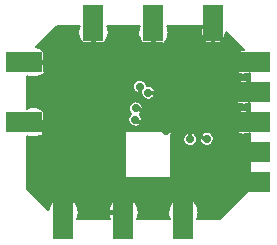
<source format=gbl>
G04 DipTrace 2.4.0.2*
%INminiEL.gbl*%
%MOMM*%
%ADD13C,0.305*%
%ADD15C,0.4*%
%ADD16C,0.152*%
%ADD26R,1.6X1.7*%
%ADD27R,2.032X1.7*%
%ADD28R,2.0X1.7*%
%ADD29R,1.7X1.6*%
%ADD30R,1.7X2.0*%
%ADD42C,0.711*%
%ADD45C,0.711*%
%FSLAX53Y53*%
G04*
G71*
G90*
G75*
G01*
%LNBottom*%
%LPD*%
X24538Y17461D2*
D13*
Y17939D1*
X23524Y18953D1*
X20053D1*
X19892Y19114D1*
X19935Y20073D2*
X20181D1*
X20745Y19509D1*
X23666D1*
X25673Y17503D1*
X25944D1*
X26510Y27780D2*
Y26510D1*
Y25348D1*
X18890Y11270D2*
D15*
X16440D1*
X12179Y15532D1*
Y18376D1*
X11665Y18890D1*
X12433D1*
Y18360D1*
X12336Y18264D1*
Y22398D1*
X15286Y25348D1*
X16350D1*
Y27780D2*
Y26510D1*
Y25348D2*
Y26510D1*
X12433Y18890D2*
X11270D1*
X10000D1*
X18890Y12433D2*
Y11270D1*
Y10000D1*
X23970Y12433D2*
Y11270D1*
Y10000D1*
X13810Y12433D2*
Y11270D1*
Y10000D1*
X12433Y23970D2*
X11270D1*
X10000D1*
X21430Y27780D2*
Y26510D1*
Y25348D1*
X18861Y19008D2*
D13*
Y18933D1*
X19530Y18264D1*
X22421D1*
X22506Y18179D1*
X23147D1*
X23543Y17784D1*
Y16447D1*
X23987Y16002D1*
X27540D1*
X27888Y16350D1*
X16314Y21809D2*
X16329D1*
X17154Y20984D1*
X16314D2*
X17154D1*
X17139Y21794D2*
Y20999D1*
X17154Y20984D1*
X16314Y20159D2*
X17139D1*
Y20969D1*
Y20159D2*
X17979D1*
Y20984D1*
X17154Y20999D2*
X17964Y21809D1*
X16314Y20159D2*
X16329D1*
X17154Y20984D1*
X18861Y19008D2*
Y16636D1*
X18747Y16521D1*
X30320Y16350D2*
X29050D1*
X27888D1*
X30320Y23970D2*
X29050D1*
X27888D1*
X20281Y21909D2*
Y20807D1*
X21023Y20065D1*
X26824D1*
X27999Y18890D1*
X29050D1*
X30320D2*
X29050D1*
X27885D1*
X20987Y21407D2*
X29027D1*
X29050Y21430D1*
X30320D2*
X29050D1*
X27888D1*
X27885Y13810D2*
X29050D1*
X30320D1*
D45*
X20281Y21909D3*
X20987Y21407D3*
X19892Y19114D3*
X19935Y20073D3*
X18861Y19008D3*
X24538Y17461D3*
X25944Y17503D3*
X22506Y18179D3*
X18747Y16521D3*
X13129Y26895D2*
D16*
X15111D1*
X17589D2*
X20192D1*
X22668D2*
X25536D1*
X12981Y26746D2*
X15075D1*
X17625D2*
X20154D1*
X22707D2*
X25488D1*
X12831Y26597D2*
X15056D1*
X17644D2*
X20135D1*
X22723D2*
X25464D1*
X12681Y26448D2*
X15054D1*
X17646D2*
X20135D1*
X22726D2*
X25462D1*
X27557D2*
X27636D1*
X12534Y26298D2*
X15070D1*
X17630D2*
X20150D1*
X22709D2*
X25484D1*
X27538D2*
X27786D1*
X12384Y26149D2*
X15104D1*
X17596D2*
X20185D1*
X22676D2*
X25526D1*
X27495D2*
X27936D1*
X12236Y26000D2*
X15158D1*
X17542D2*
X20238D1*
X22621D2*
X25595D1*
X27424D2*
X28084D1*
X12086Y25851D2*
X15235D1*
X17465D2*
X20314D1*
X22545D2*
X25698D1*
X27321D2*
X28234D1*
X11936Y25702D2*
X15339D1*
X17361D2*
X20419D1*
X22440D2*
X25850D1*
X27171D2*
X28382D1*
X11788Y25553D2*
X15482D1*
X17218D2*
X20561D1*
X22299D2*
X26103D1*
X26917D2*
X28532D1*
X11638Y25404D2*
X15687D1*
X17013D2*
X20766D1*
X22095D2*
X28682D1*
X11491Y25255D2*
X16073D1*
X16627D2*
X21154D1*
X21706D2*
X28829D1*
X11879Y25106D2*
X28979D1*
X12103Y24957D2*
X28727D1*
X12255Y24808D2*
X28429D1*
X12367Y24659D2*
X28262D1*
X12448Y24510D2*
X28153D1*
X12505Y24361D2*
X28077D1*
X12543Y24212D2*
X28029D1*
X12565Y24062D2*
X28005D1*
X12567Y23913D2*
X28003D1*
X12550Y23764D2*
X28022D1*
X12517Y23615D2*
X28062D1*
X12465Y23466D2*
X28131D1*
X12389Y23317D2*
X28234D1*
X12286Y23168D2*
X28382D1*
X12146Y23019D2*
X28629D1*
X29472D2*
X29570D1*
X11943Y22870D2*
X29570D1*
X10751Y22721D2*
X10967D1*
X11574D2*
X29570D1*
X10751Y22572D2*
X29570D1*
X10751Y22423D2*
X19976D1*
X20585D2*
X28746D1*
X29355D2*
X29570D1*
X10751Y22274D2*
X19802D1*
X20759D2*
X28436D1*
X10751Y22125D2*
X19716D1*
X20844D2*
X28270D1*
X10751Y21976D2*
X19680D1*
X21156D2*
X28155D1*
X10751Y21826D2*
X19683D1*
X21416D2*
X28079D1*
X10751Y21677D2*
X19723D1*
X21525D2*
X28031D1*
X10751Y21528D2*
X19816D1*
X21578D2*
X28005D1*
X10751Y21379D2*
X20007D1*
X21590D2*
X28003D1*
X10751Y21230D2*
X20409D1*
X21564D2*
X28020D1*
X10751Y21081D2*
X20481D1*
X21494D2*
X28062D1*
X10751Y20932D2*
X20621D1*
X21352D2*
X28129D1*
X10751Y20783D2*
X28229D1*
X10751Y20634D2*
X19738D1*
X20132D2*
X28374D1*
X10751Y20485D2*
X19499D1*
X20373D2*
X28615D1*
X29484D2*
X29570D1*
X10751Y20336D2*
X19392D1*
X20478D2*
X29570D1*
X10751Y20187D2*
X19342D1*
X20530D2*
X29570D1*
X11858Y20038D2*
X19333D1*
X20540D2*
X29570D1*
X12089Y19889D2*
X19361D1*
X20511D2*
X28767D1*
X29334D2*
X29570D1*
X12246Y19740D2*
X19435D1*
X20437D2*
X28446D1*
X12360Y19590D2*
X19530D1*
X20290D2*
X28274D1*
X12443Y19441D2*
X19388D1*
X20397D2*
X28160D1*
X12503Y19292D2*
X19316D1*
X20471D2*
X28081D1*
X12541Y19143D2*
X19288D1*
X20497D2*
X28031D1*
X12562Y18994D2*
X19299D1*
X20485D2*
X28005D1*
X12567Y18845D2*
X19352D1*
X20432D2*
X28003D1*
X12553Y18696D2*
X19461D1*
X20323D2*
X28020D1*
X12520Y18547D2*
X19714D1*
X20070D2*
X28060D1*
X12470Y18398D2*
X28124D1*
X12396Y18249D2*
X28224D1*
X12296Y18100D2*
X18995D1*
X23042D2*
X28367D1*
X12158Y17951D2*
X18995D1*
X23042D2*
X24195D1*
X24881D2*
X25545D1*
X26343D2*
X28603D1*
X11962Y17802D2*
X18995D1*
X23042D2*
X24040D1*
X25035D2*
X25419D1*
X26467D2*
X29570D1*
X10751Y17653D2*
X10920D1*
X11619D2*
X18995D1*
X23042D2*
X23964D1*
X25112D2*
X25357D1*
X26528D2*
X29570D1*
X10751Y17504D2*
X18995D1*
X23042D2*
X23936D1*
X25140D2*
X25338D1*
X26547D2*
X29570D1*
X10751Y17354D2*
X18995D1*
X23042D2*
X23943D1*
X25133D2*
X25357D1*
X26528D2*
X29570D1*
X10751Y17205D2*
X18995D1*
X23042D2*
X23990D1*
X25085D2*
X25419D1*
X26469D2*
X29570D1*
X10751Y17056D2*
X18995D1*
X23042D2*
X24093D1*
X24983D2*
X25543D1*
X26345D2*
X29570D1*
X10751Y16907D2*
X18995D1*
X23042D2*
X24319D1*
X24757D2*
X29570D1*
X10751Y16758D2*
X18995D1*
X23042D2*
X29570D1*
X10751Y16609D2*
X18995D1*
X23042D2*
X29570D1*
X10751Y16460D2*
X18995D1*
X23042D2*
X29570D1*
X10751Y16311D2*
X18995D1*
X23042D2*
X29570D1*
X10751Y16162D2*
X18995D1*
X23042D2*
X29570D1*
X10751Y16013D2*
X18995D1*
X23042D2*
X29570D1*
X10751Y15864D2*
X18995D1*
X23042D2*
X29570D1*
X10751Y15715D2*
X18995D1*
X23042D2*
X29570D1*
X10751Y15566D2*
X18995D1*
X23042D2*
X29570D1*
X10751Y15417D2*
X18995D1*
X23042D2*
X29570D1*
X10751Y15268D2*
X18995D1*
X23042D2*
X29570D1*
X10751Y15118D2*
X18995D1*
X23042D2*
X29570D1*
X10751Y14969D2*
X18995D1*
X23042D2*
X29570D1*
X10751Y14820D2*
X18995D1*
X23042D2*
X28815D1*
X29286D2*
X29570D1*
X10751Y14671D2*
X18995D1*
X23042D2*
X28462D1*
X10751Y14522D2*
X18995D1*
X23042D2*
X28286D1*
X10751Y14373D2*
X18995D1*
X23042D2*
X28167D1*
X10751Y14224D2*
X18995D1*
X23042D2*
X28086D1*
X10751Y14075D2*
X18995D1*
X23042D2*
X28036D1*
X10751Y13926D2*
X28008D1*
X10751Y13777D2*
X28001D1*
X10751Y13628D2*
X28017D1*
X10751Y13479D2*
X28055D1*
X10751Y13330D2*
X28120D1*
X10834Y13181D2*
X28215D1*
X10984Y13032D2*
X28355D1*
X11134Y12882D2*
X28577D1*
X11281Y12733D2*
X29039D1*
X11431Y12584D2*
X28889D1*
X11579Y12435D2*
X13261D1*
X14360D2*
X18340D1*
X19439D2*
X23421D1*
X24519D2*
X28739D1*
X11729Y12286D2*
X13013D1*
X14608D2*
X18092D1*
X19687D2*
X23174D1*
X24766D2*
X28591D1*
X11879Y12137D2*
X12851D1*
X14770D2*
X17930D1*
X19849D2*
X23009D1*
X24931D2*
X28441D1*
X12027Y11988D2*
X12732D1*
X14886D2*
X17814D1*
X19968D2*
X22893D1*
X25047D2*
X28293D1*
X12177Y11839D2*
X12646D1*
X14975D2*
X17725D1*
X20054D2*
X22807D1*
X25133D2*
X28143D1*
X12324Y11690D2*
X12584D1*
X15037D2*
X17664D1*
X20116D2*
X22743D1*
X25197D2*
X27993D1*
X15079Y11541D2*
X17621D1*
X20159D2*
X22702D1*
X25238D2*
X27846D1*
X15101Y11392D2*
X17599D1*
X20182D2*
X22678D1*
X25262D2*
X27696D1*
X15108Y11243D2*
X17592D1*
X20187D2*
X22674D1*
X25266D2*
X27548D1*
X15096Y11094D2*
X17604D1*
X20175D2*
X22686D1*
X25254D2*
X27398D1*
X15065Y10945D2*
X17635D1*
X20144D2*
X22714D1*
X25226D2*
X27248D1*
X15015Y10796D2*
X17685D1*
X20097D2*
X22764D1*
X25176D2*
X27100D1*
X29096Y12777D2*
X28998D1*
X28847Y12796D1*
X28701Y12837D1*
X28561Y12898D1*
X28433Y12980D1*
X28318Y13080D1*
X28218Y13195D1*
X28137Y13324D1*
X28076Y13463D1*
X28035Y13610D1*
X28017Y13761D1*
X28021Y13913D1*
X28047Y14063D1*
X28095Y14208D1*
X28164Y14344D1*
X28252Y14468D1*
X28357Y14578D1*
X28477Y14671D1*
X28610Y14746D1*
X28752Y14801D1*
X28901Y14834D1*
X29053Y14844D1*
X29205Y14833D1*
X29353Y14799D1*
X29495Y14744D1*
X29585Y14695D1*
X29584Y18002D1*
X29445Y17934D1*
X29301Y17887D1*
X29151Y17861D1*
X28998Y17857D1*
X28847Y17876D1*
X28701Y17917D1*
X28561Y17978D1*
X28433Y18060D1*
X28318Y18160D1*
X28218Y18275D1*
X28137Y18404D1*
X28076Y18543D1*
X28035Y18690D1*
X28017Y18841D1*
X28021Y18993D1*
X28047Y19143D1*
X28095Y19288D1*
X28164Y19424D1*
X28252Y19548D1*
X28357Y19658D1*
X28477Y19751D1*
X28610Y19826D1*
X28752Y19881D1*
X28901Y19914D1*
X29053Y19924D1*
X29205Y19913D1*
X29353Y19879D1*
X29495Y19824D1*
X29585Y19775D1*
X29584Y20545D1*
X29514Y20506D1*
X29374Y20448D1*
X29226Y20411D1*
X29074Y20396D1*
X28922Y20404D1*
X28773Y20433D1*
X28630Y20485D1*
X28496Y20557D1*
X28373Y20648D1*
X28266Y20756D1*
X28175Y20878D1*
X28104Y21012D1*
X28053Y21156D1*
X28023Y21305D1*
X28016Y21457D1*
X28031Y21609D1*
X28069Y21756D1*
X28127Y21897D1*
X28206Y22027D1*
X28303Y22145D1*
X28416Y22247D1*
X28542Y22331D1*
X28680Y22396D1*
X28826Y22440D1*
X28977Y22462D1*
X29129Y22461D1*
X29279Y22439D1*
X29425Y22394D1*
X29563Y22328D1*
X29585Y22315D1*
X29584Y23084D1*
X29445Y23014D1*
X29301Y22967D1*
X29151Y22941D1*
X28998Y22937D1*
X28847Y22956D1*
X28701Y22997D1*
X28561Y23058D1*
X28433Y23140D1*
X28318Y23240D1*
X28218Y23355D1*
X28137Y23484D1*
X28076Y23623D1*
X28035Y23770D1*
X28017Y23921D1*
X28021Y24073D1*
X28047Y24223D1*
X28095Y24368D1*
X28164Y24504D1*
X28252Y24628D1*
X28357Y24738D1*
X28477Y24831D1*
X28610Y24906D1*
X28752Y24961D1*
X28901Y24994D1*
X29053Y25004D1*
X29098Y25003D1*
X27543Y26556D1*
X27542Y26434D1*
X27519Y26283D1*
X27475Y26138D1*
X27410Y26000D1*
X27325Y25873D1*
X27223Y25761D1*
X27105Y25664D1*
X26974Y25586D1*
X26834Y25528D1*
X26686Y25491D1*
X26534Y25476D1*
X26382Y25484D1*
X26233Y25513D1*
X26090Y25565D1*
X25956Y25637D1*
X25833Y25728D1*
X25726Y25836D1*
X25635Y25958D1*
X25564Y26092D1*
X25513Y26236D1*
X25483Y26385D1*
X25476Y26537D1*
X25491Y26689D1*
X25529Y26836D1*
X25587Y26977D1*
X25625Y27046D1*
X24878Y27044D1*
X22594D1*
X22639Y26939D1*
X22681Y26792D1*
X22706Y26642D1*
X22712Y26510D1*
X22703Y26358D1*
X22676Y26208D1*
X22632Y26062D1*
X22570Y25923D1*
X22492Y25792D1*
X22400Y25671D1*
X22294Y25562D1*
X22175Y25466D1*
X22046Y25385D1*
X21908Y25320D1*
X21764Y25272D1*
X21615Y25241D1*
X21463Y25228D1*
X21311Y25233D1*
X21160Y25256D1*
X21014Y25297D1*
X20873Y25355D1*
X20740Y25429D1*
X20616Y25519D1*
X20505Y25622D1*
X20406Y25738D1*
X20322Y25865D1*
X20253Y26001D1*
X20201Y26144D1*
X20166Y26293D1*
X20149Y26444D1*
X20151Y26596D1*
X20170Y26747D1*
X20207Y26895D1*
X20264Y27044D1*
X17517D1*
X17582Y26866D1*
X17615Y26717D1*
X17631Y26566D1*
X17630Y26434D1*
X17612Y26283D1*
X17576Y26135D1*
X17523Y25992D1*
X17453Y25856D1*
X17368Y25730D1*
X17268Y25615D1*
X17156Y25512D1*
X17032Y25424D1*
X16898Y25351D1*
X16757Y25294D1*
X16610Y25254D1*
X16459Y25232D1*
X16307Y25228D1*
X16155Y25243D1*
X16006Y25275D1*
X15862Y25324D1*
X15725Y25390D1*
X15597Y25472D1*
X15479Y25569D1*
X15374Y25679D1*
X15282Y25801D1*
X15205Y25932D1*
X15145Y26072D1*
X15101Y26218D1*
X15076Y26368D1*
X15068Y26520D1*
X15078Y26672D1*
X15106Y26822D1*
X15152Y26967D1*
X15184Y27044D1*
X13262D1*
X12532Y26312D1*
X11459Y25239D1*
X11624Y25203D1*
X11767Y25152D1*
X11904Y25085D1*
X12032Y25002D1*
X12148Y24904D1*
X12253Y24793D1*
X12344Y24671D1*
X12419Y24539D1*
X12479Y24399D1*
X12521Y24252D1*
X12546Y24102D1*
X12552Y23970D1*
X12543Y23818D1*
X12516Y23668D1*
X12472Y23522D1*
X12410Y23383D1*
X12332Y23252D1*
X12240Y23131D1*
X12134Y23022D1*
X12015Y22926D1*
X11886Y22845D1*
X11748Y22780D1*
X11604Y22732D1*
X11455Y22701D1*
X11303Y22688D1*
X11151Y22693D1*
X11000Y22716D1*
X10854Y22757D1*
X10737Y22804D1*
X10736Y20054D1*
X10873Y20109D1*
X11020Y20148D1*
X11171Y20168D1*
X11323Y20171D1*
X11475Y20156D1*
X11624Y20123D1*
X11767Y20072D1*
X11904Y20005D1*
X12032Y19922D1*
X12148Y19824D1*
X12253Y19713D1*
X12344Y19591D1*
X12419Y19459D1*
X12479Y19319D1*
X12521Y19172D1*
X12546Y19022D1*
X12552Y18890D1*
X12543Y18738D1*
X12516Y18588D1*
X12472Y18442D1*
X12410Y18303D1*
X12332Y18172D1*
X12240Y18051D1*
X12134Y17942D1*
X12015Y17846D1*
X11886Y17765D1*
X11748Y17700D1*
X11604Y17652D1*
X11455Y17621D1*
X11303Y17608D1*
X11151Y17613D1*
X11000Y17636D1*
X10854Y17677D1*
X10737Y17724D1*
X10736Y13264D1*
X12541Y11459D1*
X12566Y11582D1*
X12612Y11727D1*
X12675Y11866D1*
X12753Y11996D1*
X12847Y12117D1*
X12954Y12225D1*
X13073Y12320D1*
X13203Y12399D1*
X13341Y12463D1*
X13486Y12511D1*
X13635Y12540D1*
X13787Y12552D1*
X13939Y12546D1*
X14090Y12521D1*
X14236Y12479D1*
X14376Y12420D1*
X14509Y12345D1*
X14631Y12255D1*
X14742Y12150D1*
X14840Y12034D1*
X14923Y11906D1*
X14991Y11770D1*
X15042Y11626D1*
X15075Y11477D1*
X15091Y11326D1*
X15090Y11194D1*
X15072Y11043D1*
X15036Y10895D1*
X14976Y10737D1*
X17726Y10736D1*
X17685Y10832D1*
X17641Y10978D1*
X17616Y11128D1*
X17608Y11280D1*
X17618Y11432D1*
X17646Y11582D1*
X17692Y11727D1*
X17755Y11866D1*
X17833Y11996D1*
X17927Y12117D1*
X18034Y12225D1*
X18153Y12320D1*
X18283Y12399D1*
X18421Y12463D1*
X18566Y12511D1*
X18715Y12540D1*
X18867Y12552D1*
X19019Y12546D1*
X19170Y12521D1*
X19316Y12479D1*
X19456Y12420D1*
X19589Y12345D1*
X19711Y12255D1*
X19822Y12150D1*
X19920Y12034D1*
X20003Y11906D1*
X20071Y11770D1*
X20122Y11626D1*
X20155Y11477D1*
X20171Y11326D1*
X20170Y11194D1*
X20152Y11043D1*
X20116Y10895D1*
X20056Y10737D1*
X22803Y10736D1*
X22741Y10904D1*
X22706Y11053D1*
X22689Y11204D1*
X22691Y11356D1*
X22710Y11507D1*
X22747Y11655D1*
X22801Y11797D1*
X22872Y11932D1*
X22958Y12058D1*
X23059Y12172D1*
X23172Y12274D1*
X23297Y12361D1*
X23431Y12434D1*
X23573Y12489D1*
X23720Y12528D1*
X23871Y12548D1*
X24023Y12551D1*
X24175Y12536D1*
X24324Y12503D1*
X24467Y12452D1*
X24604Y12385D1*
X24732Y12302D1*
X24848Y12204D1*
X24953Y12093D1*
X25044Y11971D1*
X25119Y11839D1*
X25179Y11699D1*
X25221Y11552D1*
X25246Y11402D1*
X25252Y11270D1*
X25243Y11118D1*
X25216Y10968D1*
X25172Y10822D1*
X25136Y10737D1*
X27058Y10736D1*
X27788Y11468D1*
X29096Y12777D1*
X20404Y21334D2*
X20293Y21320D1*
X20217Y21323D1*
X20142Y21336D1*
X20069Y21359D1*
X20000Y21390D1*
X19936Y21431D1*
X19877Y21479D1*
X19825Y21535D1*
X19780Y21597D1*
X19744Y21664D1*
X19717Y21735D1*
X19699Y21809D1*
X19691Y21885D1*
X19693Y21961D1*
X19705Y22036D1*
X19726Y22109D1*
X19756Y22179D1*
X19795Y22245D1*
X19843Y22304D1*
X19897Y22357D1*
X19958Y22403D1*
X20024Y22441D1*
X20095Y22469D1*
X20169Y22488D1*
X20244Y22498D1*
X20320D1*
X20396Y22488D1*
X20469Y22468D1*
X20540Y22439D1*
X20606Y22401D1*
X20667Y22355D1*
X20721Y22302D1*
X20768Y22242D1*
X20807Y22177D1*
X20837Y22107D1*
X20857Y22033D1*
X20865Y21984D1*
X20950Y21995D1*
X21026D1*
X21102Y21985D1*
X21175Y21966D1*
X21246Y21937D1*
X21312Y21899D1*
X21373Y21853D1*
X21427Y21799D1*
X21474Y21740D1*
X21513Y21674D1*
X21543Y21604D1*
X21563Y21531D1*
X21577Y21407D1*
X21572Y21331D1*
X21557Y21256D1*
X21533Y21184D1*
X21500Y21115D1*
X21458Y21052D1*
X21408Y20994D1*
X21351Y20943D1*
X21289Y20900D1*
X21221Y20865D1*
X21149Y20840D1*
X21075Y20823D1*
X20999Y20817D1*
X20923Y20820D1*
X20848Y20833D1*
X20775Y20856D1*
X20706Y20888D1*
X20641Y20928D1*
X20583Y20977D1*
X20531Y21032D1*
X20486Y21094D1*
X20450Y21161D1*
X20423Y21233D1*
X20403Y21333D1*
X20477Y19038D2*
X20463Y18963D1*
X20439Y18891D1*
X20405Y18822D1*
X20364Y18759D1*
X20314Y18701D1*
X20257Y18650D1*
X20194Y18607D1*
X20127Y18572D1*
X20055Y18547D1*
X19981Y18530D1*
X19905Y18524D1*
X19829Y18527D1*
X19754Y18540D1*
X19681Y18563D1*
X19612Y18595D1*
X19547Y18635D1*
X19488Y18684D1*
X19436Y18739D1*
X19392Y18801D1*
X19356Y18868D1*
X19329Y18939D1*
X19311Y19013D1*
X19303Y19089D1*
X19305Y19165D1*
X19316Y19241D1*
X19338Y19314D1*
X19368Y19384D1*
X19407Y19449D1*
X19454Y19509D1*
X19509Y19562D1*
X19572Y19609D1*
X19479Y19699D1*
X19435Y19761D1*
X19399Y19828D1*
X19372Y19899D1*
X19354Y19973D1*
X19346Y20049D1*
X19348Y20125D1*
X19359Y20200D1*
X19381Y20273D1*
X19411Y20343D1*
X19450Y20408D1*
X19497Y20468D1*
X19552Y20521D1*
X19613Y20567D1*
X19679Y20604D1*
X19750Y20633D1*
X19823Y20652D1*
X19899Y20662D1*
X19975D1*
X20050Y20652D1*
X20124Y20632D1*
X20194Y20603D1*
X20261Y20565D1*
X20321Y20519D1*
X20376Y20466D1*
X20422Y20406D1*
X20461Y20340D1*
X20491Y20270D1*
X20512Y20197D1*
X20525Y20073D1*
X20520Y19997D1*
X20506Y19922D1*
X20482Y19850D1*
X20448Y19782D1*
X20406Y19718D1*
X20357Y19660D1*
X20300Y19609D1*
X20255Y19578D1*
X20333Y19506D1*
X20379Y19446D1*
X20418Y19381D1*
X20448Y19311D1*
X20469Y19238D1*
X20482Y19114D1*
X20477Y19038D1*
X25123Y17385D2*
X25108Y17310D1*
X25084Y17238D1*
X25051Y17170D1*
X25009Y17106D1*
X24959Y17048D1*
X24903Y16997D1*
X24840Y16954D1*
X24772Y16920D1*
X24700Y16894D1*
X24626Y16878D1*
X24550Y16871D1*
X24474Y16875D1*
X24399Y16888D1*
X24326Y16910D1*
X24257Y16942D1*
X24193Y16983D1*
X24134Y17031D1*
X24082Y17087D1*
X24038Y17149D1*
X24002Y17216D1*
X23974Y17287D1*
X23957Y17361D1*
X23949Y17437D1*
X23950Y17513D1*
X23962Y17588D1*
X23983Y17661D1*
X24013Y17731D1*
X24053Y17796D1*
X24100Y17856D1*
X24154Y17909D1*
X24215Y17955D1*
X24282Y17992D1*
X24352Y18021D1*
X24426Y18040D1*
X24501Y18050D1*
X24578D1*
X24653Y18040D1*
X24727Y18020D1*
X24797Y17991D1*
X24863Y17953D1*
X24924Y17907D1*
X24978Y17854D1*
X25025Y17794D1*
X25064Y17728D1*
X25094Y17658D1*
X25115Y17585D1*
X25128Y17461D1*
X25123Y17385D1*
X26529Y17427D2*
X26514Y17352D1*
X26490Y17280D1*
X26456Y17211D1*
X26415Y17148D1*
X26365Y17090D1*
X26308Y17039D1*
X26246Y16996D1*
X26178Y16961D1*
X26106Y16936D1*
X26032Y16919D1*
X25956Y16913D1*
X25880Y16916D1*
X25805Y16929D1*
X25732Y16952D1*
X25663Y16984D1*
X25598Y17024D1*
X25540Y17073D1*
X25488Y17128D1*
X25443Y17190D1*
X25407Y17257D1*
X25380Y17329D1*
X25362Y17403D1*
X25354Y17478D1*
X25356Y17554D1*
X25367Y17630D1*
X25389Y17703D1*
X25419Y17773D1*
X25458Y17838D1*
X25505Y17898D1*
X25560Y17951D1*
X25621Y17997D1*
X25687Y18034D1*
X25758Y18063D1*
X25831Y18082D1*
X25907Y18091D1*
X25983D1*
X26059Y18081D1*
X26132Y18062D1*
X26203Y18033D1*
X26269Y17995D1*
X26329Y17949D1*
X26384Y17896D1*
X26431Y17836D1*
X26469Y17770D1*
X26499Y17700D1*
X26520Y17627D1*
X26533Y17503D1*
X26529Y17427D1*
X19086Y18160D2*
X23028D1*
Y13997D1*
X19010D1*
Y18160D1*
X19086D1*
X13129Y26895D2*
X15111D1*
X17589D2*
X20192D1*
X22668D2*
X25536D1*
X12981Y26746D2*
X15075D1*
X17625D2*
X20154D1*
X22707D2*
X25488D1*
X12831Y26597D2*
X15056D1*
X17644D2*
X20135D1*
X22723D2*
X25464D1*
X12681Y26448D2*
X15054D1*
X17646D2*
X20135D1*
X22726D2*
X25462D1*
X27557D2*
X27636D1*
X12534Y26298D2*
X15070D1*
X17630D2*
X20150D1*
X22709D2*
X25484D1*
X27538D2*
X27786D1*
X12384Y26149D2*
X15104D1*
X17596D2*
X20185D1*
X22676D2*
X25526D1*
X27495D2*
X27936D1*
X12236Y26000D2*
X15158D1*
X17542D2*
X20238D1*
X22621D2*
X25595D1*
X27424D2*
X28084D1*
X12086Y25851D2*
X15235D1*
X17465D2*
X20314D1*
X22545D2*
X25698D1*
X27321D2*
X28234D1*
X11936Y25702D2*
X15339D1*
X17361D2*
X20419D1*
X22440D2*
X25850D1*
X27171D2*
X28382D1*
X11788Y25553D2*
X15482D1*
X17218D2*
X20561D1*
X22299D2*
X26103D1*
X26917D2*
X28532D1*
X11638Y25404D2*
X15687D1*
X17013D2*
X20766D1*
X22095D2*
X28682D1*
X11491Y25255D2*
X16073D1*
X16627D2*
X21154D1*
X21706D2*
X28829D1*
X11879Y25106D2*
X28979D1*
X12103Y24957D2*
X28727D1*
X12255Y24808D2*
X28429D1*
X12367Y24659D2*
X28262D1*
X12448Y24510D2*
X28153D1*
X12505Y24361D2*
X28077D1*
X12543Y24212D2*
X28029D1*
X12565Y24062D2*
X28005D1*
X12567Y23913D2*
X28003D1*
X12550Y23764D2*
X28022D1*
X12517Y23615D2*
X28062D1*
X12465Y23466D2*
X28131D1*
X12389Y23317D2*
X28234D1*
X12286Y23168D2*
X28382D1*
X12146Y23019D2*
X28629D1*
X29472D2*
X29570D1*
X11943Y22870D2*
X29570D1*
X10751Y22721D2*
X10967D1*
X11574D2*
X29570D1*
X10751Y22572D2*
X29570D1*
X10751Y22423D2*
X19976D1*
X20585D2*
X28746D1*
X29355D2*
X29570D1*
X10751Y22274D2*
X15935D1*
X16694D2*
X16780D1*
X17499D2*
X17585D1*
X18344D2*
X19802D1*
X20759D2*
X28436D1*
X10751Y22125D2*
X15801D1*
X18477D2*
X19716D1*
X20844D2*
X28270D1*
X10751Y21976D2*
X15732D1*
X18544D2*
X19680D1*
X21156D2*
X28155D1*
X10751Y21826D2*
X15711D1*
X18568D2*
X19683D1*
X21416D2*
X28079D1*
X10751Y21677D2*
X15725D1*
X18554D2*
X19723D1*
X21525D2*
X28031D1*
X10751Y21528D2*
X15780D1*
X18499D2*
X19816D1*
X21578D2*
X28005D1*
X10751Y21379D2*
X15861D1*
X18432D2*
X20007D1*
X21590D2*
X28003D1*
X10751Y21230D2*
X15763D1*
X18530D2*
X20409D1*
X21564D2*
X28020D1*
X10751Y21081D2*
X15718D1*
X18575D2*
X20481D1*
X21494D2*
X28062D1*
X10751Y20932D2*
X15711D1*
X18582D2*
X20621D1*
X21352D2*
X28129D1*
X10751Y20783D2*
X15744D1*
X18549D2*
X28229D1*
X10751Y20634D2*
X15825D1*
X18468D2*
X19738D1*
X20132D2*
X28374D1*
X10751Y20485D2*
X15809D1*
X18487D2*
X19499D1*
X20373D2*
X28615D1*
X29484D2*
X29570D1*
X10751Y20336D2*
X15737D1*
X18556D2*
X19392D1*
X20478D2*
X29570D1*
X10751Y20187D2*
X15711D1*
X18585D2*
X19342D1*
X20530D2*
X29570D1*
X11858Y20038D2*
X15723D1*
X18570D2*
X19333D1*
X20540D2*
X29570D1*
X12089Y19889D2*
X15775D1*
X18518D2*
X19361D1*
X20511D2*
X28767D1*
X29334D2*
X29570D1*
X12246Y19740D2*
X15885D1*
X18408D2*
X19435D1*
X20437D2*
X28446D1*
X12360Y19590D2*
X16144D1*
X16484D2*
X16968D1*
X17308D2*
X17809D1*
X18149D2*
X18759D1*
X18963D2*
X19530D1*
X20290D2*
X28274D1*
X12443Y19441D2*
X18447D1*
X19275D2*
X19388D1*
X20397D2*
X28160D1*
X12503Y19292D2*
X18330D1*
X20471D2*
X28081D1*
X12541Y19143D2*
X18273D1*
X20497D2*
X28031D1*
X12562Y18994D2*
X18256D1*
X20485D2*
X28005D1*
X12567Y18845D2*
X18278D1*
X20432D2*
X28003D1*
X12553Y18696D2*
X18345D1*
X19378D2*
X19460D1*
X20323D2*
X22207D1*
X22804D2*
X28020D1*
X12520Y18547D2*
X18478D1*
X19244D2*
X19714D1*
X20070D2*
X22028D1*
X22983D2*
X28060D1*
X12470Y18398D2*
X21943D1*
X23068D2*
X28124D1*
X12396Y18249D2*
X21905D1*
X23107D2*
X28224D1*
X12296Y18100D2*
X19042D1*
X23104D2*
X28367D1*
X12158Y17951D2*
X19042D1*
X23064D2*
X24195D1*
X24881D2*
X25545D1*
X26343D2*
X28603D1*
X11962Y17802D2*
X19042D1*
X22973D2*
X24040D1*
X25035D2*
X25419D1*
X26467D2*
X29570D1*
X10751Y17653D2*
X10920D1*
X11619D2*
X19042D1*
X22968D2*
X23964D1*
X25112D2*
X25357D1*
X26528D2*
X29570D1*
X10751Y17504D2*
X19042D1*
X22968D2*
X23936D1*
X25140D2*
X25338D1*
X26547D2*
X29570D1*
X10751Y17354D2*
X19042D1*
X22968D2*
X23943D1*
X25133D2*
X25357D1*
X26528D2*
X28789D1*
X29310D2*
X29570D1*
X10751Y17205D2*
X19042D1*
X22968D2*
X23990D1*
X25085D2*
X25419D1*
X26469D2*
X28453D1*
X10751Y17056D2*
X18483D1*
X22968D2*
X24093D1*
X24983D2*
X25543D1*
X26345D2*
X28279D1*
X10751Y16907D2*
X18285D1*
X22968D2*
X24319D1*
X24757D2*
X28165D1*
X10751Y16758D2*
X18192D1*
X22968D2*
X28084D1*
X10751Y16609D2*
X18149D1*
X22968D2*
X28034D1*
X10751Y16460D2*
X18145D1*
X22968D2*
X28008D1*
X10751Y16311D2*
X18180D1*
X22968D2*
X28001D1*
X10751Y16162D2*
X18264D1*
X22968D2*
X28017D1*
X10751Y16013D2*
X18433D1*
X22968D2*
X28058D1*
X10751Y15864D2*
X19042D1*
X22968D2*
X28122D1*
X10751Y15715D2*
X19042D1*
X22968D2*
X28220D1*
X10751Y15566D2*
X19042D1*
X22968D2*
X28360D1*
X10751Y15417D2*
X19042D1*
X22968D2*
X28591D1*
X10751Y15268D2*
X19042D1*
X22968D2*
X29570D1*
X10751Y15118D2*
X19042D1*
X22968D2*
X29570D1*
X10751Y14969D2*
X19042D1*
X22968D2*
X29570D1*
X10751Y14820D2*
X19042D1*
X22968D2*
X29570D1*
X10751Y14671D2*
X19042D1*
X22968D2*
X29570D1*
X10751Y14522D2*
X19042D1*
X22968D2*
X29570D1*
X10751Y14373D2*
X19042D1*
X22968D2*
X29570D1*
X10751Y14224D2*
X19042D1*
X22968D2*
X29570D1*
X10751Y14075D2*
X29570D1*
X10751Y13926D2*
X29570D1*
X10751Y13777D2*
X29570D1*
X10751Y13628D2*
X29570D1*
X10751Y13479D2*
X29570D1*
X10751Y13330D2*
X29570D1*
X10834Y13181D2*
X29484D1*
X10984Y13032D2*
X29336D1*
X11134Y12882D2*
X29186D1*
X11281Y12733D2*
X29039D1*
X11431Y12584D2*
X28889D1*
X11579Y12435D2*
X13261D1*
X14360D2*
X18340D1*
X19439D2*
X23421D1*
X24519D2*
X28739D1*
X11729Y12286D2*
X13013D1*
X14608D2*
X18092D1*
X19687D2*
X23174D1*
X24766D2*
X28591D1*
X11879Y12137D2*
X12851D1*
X14770D2*
X17930D1*
X19849D2*
X23009D1*
X24931D2*
X28441D1*
X12027Y11988D2*
X12732D1*
X14886D2*
X17814D1*
X19968D2*
X22893D1*
X25047D2*
X28293D1*
X12177Y11839D2*
X12646D1*
X14975D2*
X17725D1*
X20054D2*
X22807D1*
X25133D2*
X28143D1*
X12324Y11690D2*
X12584D1*
X15037D2*
X17664D1*
X20116D2*
X22743D1*
X25197D2*
X27993D1*
X15079Y11541D2*
X17621D1*
X20159D2*
X22702D1*
X25238D2*
X27846D1*
X15101Y11392D2*
X17599D1*
X20182D2*
X22678D1*
X25262D2*
X27696D1*
X15108Y11243D2*
X17592D1*
X20187D2*
X22674D1*
X25266D2*
X27548D1*
X15096Y11094D2*
X17604D1*
X20175D2*
X22686D1*
X25254D2*
X27398D1*
X15065Y10945D2*
X17635D1*
X20144D2*
X22714D1*
X25226D2*
X27248D1*
X15015Y10796D2*
X17685D1*
X20097D2*
X22764D1*
X25176D2*
X27100D1*
X16727Y19739D2*
X16679Y19696D1*
X16616Y19653D1*
X16548Y19618D1*
X16477Y19592D1*
X16402Y19576D1*
X16327Y19570D1*
X16250Y19573D1*
X16175Y19586D1*
X16103Y19609D1*
X16034Y19641D1*
X15969Y19681D1*
X15910Y19730D1*
X15858Y19785D1*
X15814Y19847D1*
X15778Y19914D1*
X15751Y19985D1*
X15733Y20059D1*
X15725Y20135D1*
X15727Y20211D1*
X15738Y20286D1*
X15759Y20360D1*
X15790Y20429D1*
X15829Y20495D1*
X15895Y20573D1*
X15858Y20610D1*
X15814Y20672D1*
X15778Y20739D1*
X15751Y20810D1*
X15733Y20884D1*
X15725Y20960D1*
X15727Y21036D1*
X15738Y21111D1*
X15759Y21185D1*
X15790Y21254D1*
X15829Y21320D1*
X15895Y21398D1*
X15858Y21435D1*
X15814Y21497D1*
X15778Y21564D1*
X15751Y21635D1*
X15733Y21709D1*
X15725Y21785D1*
X15727Y21861D1*
X15738Y21936D1*
X15759Y22010D1*
X15790Y22079D1*
X15829Y22145D1*
X15876Y22204D1*
X15931Y22258D1*
X15992Y22303D1*
X16058Y22341D1*
X16129Y22369D1*
X16202Y22389D1*
X16278Y22398D1*
X16354D1*
X16429Y22388D1*
X16503Y22368D1*
X16573Y22339D1*
X16639Y22302D1*
X16732Y22224D1*
X16817Y22288D1*
X16883Y22326D1*
X16954Y22354D1*
X17027Y22374D1*
X17103Y22383D1*
X17179D1*
X17254Y22373D1*
X17328Y22353D1*
X17398Y22324D1*
X17464Y22287D1*
X17544Y22222D1*
X17642Y22303D1*
X17708Y22341D1*
X17779Y22369D1*
X17852Y22389D1*
X17928Y22398D1*
X18004D1*
X18079Y22388D1*
X18153Y22368D1*
X18223Y22339D1*
X18289Y22302D1*
X18350Y22256D1*
X18404Y22202D1*
X18451Y22142D1*
X18490Y22077D1*
X18520Y22007D1*
X18541Y21933D1*
X18554Y21809D1*
X18549Y21733D1*
X18535Y21659D1*
X18510Y21586D1*
X18477Y21518D1*
X18435Y21454D1*
X18393Y21406D1*
X18466Y21317D1*
X18505Y21252D1*
X18535Y21182D1*
X18556Y21108D1*
X18569Y20984D1*
X18564Y20908D1*
X18550Y20834D1*
X18525Y20761D1*
X18492Y20693D1*
X18450Y20629D1*
X18402Y20573D1*
X18466Y20492D1*
X18505Y20427D1*
X18535Y20357D1*
X18556Y20283D1*
X18569Y20159D1*
X18564Y20083D1*
X18550Y20009D1*
X18525Y19936D1*
X18492Y19868D1*
X18450Y19804D1*
X18401Y19747D1*
X18344Y19696D1*
X18281Y19653D1*
X18213Y19618D1*
X18142Y19592D1*
X18067Y19576D1*
X17992Y19570D1*
X17915Y19573D1*
X17840Y19586D1*
X17768Y19609D1*
X17699Y19641D1*
X17634Y19681D1*
X17561Y19745D1*
X17504Y19696D1*
X17441Y19653D1*
X17373Y19618D1*
X17302Y19592D1*
X17227Y19576D1*
X17152Y19570D1*
X17075Y19573D1*
X17000Y19586D1*
X16928Y19609D1*
X16859Y19641D1*
X16794Y19681D1*
X16727Y19738D1*
X29583Y15464D2*
X29445Y15394D1*
X29301Y15347D1*
X29151Y15321D1*
X28998Y15317D1*
X28847Y15336D1*
X28701Y15377D1*
X28561Y15438D1*
X28433Y15520D1*
X28318Y15620D1*
X28218Y15735D1*
X28137Y15864D1*
X28076Y16003D1*
X28035Y16150D1*
X28017Y16301D1*
X28021Y16453D1*
X28047Y16603D1*
X28095Y16748D1*
X28164Y16884D1*
X28252Y17008D1*
X28357Y17118D1*
X28477Y17211D1*
X28610Y17286D1*
X28752Y17341D1*
X28901Y17374D1*
X29053Y17384D1*
X29205Y17373D1*
X29353Y17339D1*
X29495Y17284D1*
X29585Y17235D1*
X29584Y18002D1*
X29445Y17934D1*
X29301Y17887D1*
X29151Y17861D1*
X28998Y17857D1*
X28847Y17876D1*
X28701Y17917D1*
X28561Y17978D1*
X28433Y18060D1*
X28318Y18160D1*
X28218Y18275D1*
X28137Y18404D1*
X28076Y18543D1*
X28035Y18690D1*
X28017Y18841D1*
X28021Y18993D1*
X28047Y19143D1*
X28095Y19288D1*
X28164Y19424D1*
X28252Y19548D1*
X28357Y19658D1*
X28477Y19751D1*
X28610Y19826D1*
X28752Y19881D1*
X28901Y19914D1*
X29053Y19924D1*
X29205Y19913D1*
X29353Y19879D1*
X29495Y19824D1*
X29585Y19775D1*
X29584Y20545D1*
X29514Y20506D1*
X29374Y20448D1*
X29226Y20411D1*
X29074Y20396D1*
X28922Y20404D1*
X28773Y20433D1*
X28630Y20485D1*
X28496Y20557D1*
X28373Y20648D1*
X28266Y20756D1*
X28175Y20878D1*
X28104Y21012D1*
X28053Y21156D1*
X28023Y21305D1*
X28016Y21457D1*
X28031Y21609D1*
X28069Y21756D1*
X28127Y21897D1*
X28206Y22027D1*
X28303Y22145D1*
X28416Y22247D1*
X28542Y22331D1*
X28680Y22396D1*
X28826Y22440D1*
X28977Y22462D1*
X29129Y22461D1*
X29279Y22439D1*
X29425Y22394D1*
X29563Y22328D1*
X29585Y22315D1*
X29584Y23084D1*
X29445Y23014D1*
X29301Y22967D1*
X29151Y22941D1*
X28998Y22937D1*
X28847Y22956D1*
X28701Y22997D1*
X28561Y23058D1*
X28433Y23140D1*
X28318Y23240D1*
X28218Y23355D1*
X28137Y23484D1*
X28076Y23623D1*
X28035Y23770D1*
X28017Y23921D1*
X28021Y24073D1*
X28047Y24223D1*
X28095Y24368D1*
X28164Y24504D1*
X28252Y24628D1*
X28357Y24738D1*
X28477Y24831D1*
X28610Y24906D1*
X28752Y24961D1*
X28901Y24994D1*
X29053Y25004D1*
X29098Y25003D1*
X27543Y26556D1*
X27542Y26434D1*
X27519Y26283D1*
X27475Y26138D1*
X27410Y26000D1*
X27325Y25873D1*
X27223Y25761D1*
X27105Y25664D1*
X26974Y25586D1*
X26834Y25528D1*
X26686Y25491D1*
X26534Y25476D1*
X26382Y25484D1*
X26233Y25513D1*
X26090Y25565D1*
X25956Y25637D1*
X25833Y25728D1*
X25726Y25836D1*
X25635Y25958D1*
X25564Y26092D1*
X25513Y26236D1*
X25483Y26385D1*
X25476Y26537D1*
X25491Y26689D1*
X25529Y26836D1*
X25587Y26977D1*
X25625Y27046D1*
X24878Y27044D1*
X22594D1*
X22639Y26939D1*
X22681Y26792D1*
X22706Y26642D1*
X22712Y26510D1*
X22703Y26358D1*
X22676Y26208D1*
X22632Y26062D1*
X22570Y25923D1*
X22492Y25792D1*
X22400Y25671D1*
X22294Y25562D1*
X22175Y25466D1*
X22046Y25385D1*
X21908Y25320D1*
X21764Y25272D1*
X21615Y25241D1*
X21463Y25228D1*
X21311Y25233D1*
X21160Y25256D1*
X21014Y25297D1*
X20873Y25355D1*
X20740Y25429D1*
X20616Y25519D1*
X20505Y25622D1*
X20406Y25738D1*
X20322Y25865D1*
X20253Y26001D1*
X20201Y26144D1*
X20166Y26293D1*
X20149Y26444D1*
X20151Y26596D1*
X20170Y26747D1*
X20207Y26895D1*
X20264Y27044D1*
X17517D1*
X17582Y26866D1*
X17615Y26717D1*
X17631Y26566D1*
X17630Y26434D1*
X17612Y26283D1*
X17576Y26135D1*
X17523Y25992D1*
X17453Y25856D1*
X17368Y25730D1*
X17268Y25615D1*
X17156Y25512D1*
X17032Y25424D1*
X16898Y25351D1*
X16757Y25294D1*
X16610Y25254D1*
X16459Y25232D1*
X16307Y25228D1*
X16155Y25243D1*
X16006Y25275D1*
X15862Y25324D1*
X15725Y25390D1*
X15597Y25472D1*
X15479Y25569D1*
X15374Y25679D1*
X15282Y25801D1*
X15205Y25932D1*
X15145Y26072D1*
X15101Y26218D1*
X15076Y26368D1*
X15068Y26520D1*
X15078Y26672D1*
X15106Y26822D1*
X15152Y26967D1*
X15184Y27044D1*
X13262D1*
X12532Y26312D1*
X11459Y25239D1*
X11624Y25203D1*
X11767Y25152D1*
X11904Y25085D1*
X12032Y25002D1*
X12148Y24904D1*
X12253Y24793D1*
X12344Y24671D1*
X12419Y24539D1*
X12479Y24399D1*
X12521Y24252D1*
X12546Y24102D1*
X12552Y23970D1*
X12543Y23818D1*
X12516Y23668D1*
X12472Y23522D1*
X12410Y23383D1*
X12332Y23252D1*
X12240Y23131D1*
X12134Y23022D1*
X12015Y22926D1*
X11886Y22845D1*
X11748Y22780D1*
X11604Y22732D1*
X11455Y22701D1*
X11303Y22688D1*
X11151Y22693D1*
X11000Y22716D1*
X10854Y22757D1*
X10737Y22804D1*
X10736Y20054D1*
X10873Y20109D1*
X11020Y20148D1*
X11171Y20168D1*
X11323Y20171D1*
X11475Y20156D1*
X11624Y20123D1*
X11767Y20072D1*
X11904Y20005D1*
X12032Y19922D1*
X12148Y19824D1*
X12253Y19713D1*
X12344Y19591D1*
X12419Y19459D1*
X12479Y19319D1*
X12521Y19172D1*
X12546Y19022D1*
X12552Y18890D1*
X12543Y18738D1*
X12516Y18588D1*
X12472Y18442D1*
X12410Y18303D1*
X12332Y18172D1*
X12240Y18051D1*
X12134Y17942D1*
X12015Y17846D1*
X11886Y17765D1*
X11748Y17700D1*
X11604Y17652D1*
X11455Y17621D1*
X11303Y17608D1*
X11151Y17613D1*
X11000Y17636D1*
X10854Y17677D1*
X10737Y17724D1*
X10736Y13264D1*
X12541Y11459D1*
X12566Y11582D1*
X12612Y11727D1*
X12675Y11866D1*
X12753Y11996D1*
X12847Y12117D1*
X12954Y12225D1*
X13073Y12320D1*
X13203Y12399D1*
X13341Y12463D1*
X13486Y12511D1*
X13635Y12540D1*
X13787Y12552D1*
X13939Y12546D1*
X14090Y12521D1*
X14236Y12479D1*
X14376Y12420D1*
X14509Y12345D1*
X14631Y12255D1*
X14742Y12150D1*
X14840Y12034D1*
X14923Y11906D1*
X14991Y11770D1*
X15042Y11626D1*
X15075Y11477D1*
X15091Y11326D1*
X15090Y11194D1*
X15072Y11043D1*
X15036Y10895D1*
X14976Y10737D1*
X17726Y10736D1*
X17685Y10832D1*
X17641Y10978D1*
X17616Y11128D1*
X17608Y11280D1*
X17618Y11432D1*
X17646Y11582D1*
X17692Y11727D1*
X17755Y11866D1*
X17833Y11996D1*
X17927Y12117D1*
X18034Y12225D1*
X18153Y12320D1*
X18283Y12399D1*
X18421Y12463D1*
X18566Y12511D1*
X18715Y12540D1*
X18867Y12552D1*
X19019Y12546D1*
X19170Y12521D1*
X19316Y12479D1*
X19456Y12420D1*
X19589Y12345D1*
X19711Y12255D1*
X19822Y12150D1*
X19920Y12034D1*
X20003Y11906D1*
X20071Y11770D1*
X20122Y11626D1*
X20155Y11477D1*
X20171Y11326D1*
X20170Y11194D1*
X20152Y11043D1*
X20116Y10895D1*
X20056Y10737D1*
X22803Y10736D1*
X22741Y10904D1*
X22706Y11053D1*
X22689Y11204D1*
X22691Y11356D1*
X22710Y11507D1*
X22747Y11655D1*
X22801Y11797D1*
X22872Y11932D1*
X22958Y12058D1*
X23059Y12172D1*
X23172Y12274D1*
X23297Y12361D1*
X23431Y12434D1*
X23573Y12489D1*
X23720Y12528D1*
X23871Y12548D1*
X24023Y12551D1*
X24175Y12536D1*
X24324Y12503D1*
X24467Y12452D1*
X24604Y12385D1*
X24732Y12302D1*
X24848Y12204D1*
X24953Y12093D1*
X25044Y11971D1*
X25119Y11839D1*
X25179Y11699D1*
X25221Y11552D1*
X25246Y11402D1*
X25252Y11270D1*
X25243Y11118D1*
X25216Y10968D1*
X25172Y10822D1*
X25136Y10737D1*
X27058Y10736D1*
X27788Y11468D1*
X29585Y13265D1*
X29584Y15464D1*
X20404Y21334D2*
X20293Y21320D1*
X20217Y21323D1*
X20142Y21336D1*
X20069Y21359D1*
X20000Y21390D1*
X19936Y21431D1*
X19877Y21479D1*
X19825Y21535D1*
X19780Y21597D1*
X19744Y21664D1*
X19717Y21735D1*
X19699Y21809D1*
X19691Y21885D1*
X19693Y21961D1*
X19705Y22036D1*
X19726Y22109D1*
X19756Y22179D1*
X19795Y22245D1*
X19843Y22304D1*
X19897Y22357D1*
X19958Y22403D1*
X20024Y22441D1*
X20095Y22469D1*
X20169Y22488D1*
X20244Y22498D1*
X20320D1*
X20396Y22488D1*
X20469Y22468D1*
X20540Y22439D1*
X20606Y22401D1*
X20667Y22355D1*
X20721Y22302D1*
X20768Y22242D1*
X20807Y22177D1*
X20837Y22107D1*
X20857Y22033D1*
X20865Y21984D1*
X20950Y21995D1*
X21026D1*
X21102Y21985D1*
X21175Y21966D1*
X21246Y21937D1*
X21312Y21899D1*
X21373Y21853D1*
X21427Y21799D1*
X21474Y21740D1*
X21513Y21674D1*
X21543Y21604D1*
X21563Y21531D1*
X21577Y21407D1*
X21572Y21331D1*
X21557Y21256D1*
X21533Y21184D1*
X21500Y21115D1*
X21458Y21052D1*
X21408Y20994D1*
X21351Y20943D1*
X21289Y20900D1*
X21221Y20865D1*
X21149Y20840D1*
X21075Y20823D1*
X20999Y20817D1*
X20923Y20820D1*
X20848Y20833D1*
X20775Y20856D1*
X20706Y20888D1*
X20641Y20928D1*
X20583Y20977D1*
X20531Y21032D1*
X20486Y21094D1*
X20450Y21161D1*
X20423Y21233D1*
X20403Y21333D1*
X20477Y19038D2*
X20463Y18963D1*
X20439Y18891D1*
X20405Y18822D1*
X20364Y18759D1*
X20314Y18701D1*
X20257Y18650D1*
X20194Y18607D1*
X20127Y18572D1*
X20055Y18547D1*
X19981Y18530D1*
X19905Y18524D1*
X19829Y18527D1*
X19754Y18540D1*
X19681Y18563D1*
X19612Y18595D1*
X19547Y18635D1*
X19488Y18684D1*
X19436Y18739D1*
X19405Y18784D1*
X19374Y18716D1*
X19332Y18652D1*
X19282Y18595D1*
X19226Y18544D1*
X19163Y18501D1*
X19095Y18466D1*
X19023Y18440D1*
X18949Y18424D1*
X18873Y18418D1*
X18797Y18421D1*
X18722Y18434D1*
X18649Y18457D1*
X18580Y18489D1*
X18516Y18529D1*
X18457Y18578D1*
X18405Y18633D1*
X18361Y18695D1*
X18325Y18762D1*
X18297Y18833D1*
X18280Y18907D1*
X18272Y18983D1*
X18273Y19059D1*
X18285Y19135D1*
X18306Y19208D1*
X18337Y19277D1*
X18376Y19343D1*
X18423Y19403D1*
X18477Y19456D1*
X18538Y19501D1*
X18605Y19539D1*
X18675Y19567D1*
X18749Y19587D1*
X18824Y19596D1*
X18901D1*
X18976Y19586D1*
X19050Y19566D1*
X19120Y19537D1*
X19186Y19500D1*
X19247Y19454D1*
X19301Y19400D1*
X19349Y19338D1*
X19368Y19384D1*
X19407Y19449D1*
X19454Y19509D1*
X19509Y19562D1*
X19572Y19609D1*
X19479Y19699D1*
X19435Y19761D1*
X19399Y19828D1*
X19372Y19899D1*
X19354Y19973D1*
X19346Y20049D1*
X19348Y20125D1*
X19359Y20200D1*
X19381Y20273D1*
X19411Y20343D1*
X19450Y20408D1*
X19497Y20468D1*
X19552Y20521D1*
X19613Y20567D1*
X19679Y20604D1*
X19750Y20633D1*
X19823Y20652D1*
X19899Y20662D1*
X19975D1*
X20050Y20652D1*
X20124Y20632D1*
X20194Y20603D1*
X20261Y20565D1*
X20321Y20519D1*
X20376Y20466D1*
X20422Y20406D1*
X20461Y20340D1*
X20491Y20270D1*
X20512Y20197D1*
X20525Y20073D1*
X20520Y19997D1*
X20506Y19922D1*
X20482Y19850D1*
X20448Y19782D1*
X20406Y19718D1*
X20357Y19660D1*
X20300Y19609D1*
X20255Y19578D1*
X20333Y19506D1*
X20379Y19446D1*
X20418Y19381D1*
X20448Y19311D1*
X20469Y19238D1*
X20482Y19114D1*
X20477Y19038D1*
X25123Y17385D2*
X25108Y17310D1*
X25084Y17238D1*
X25051Y17170D1*
X25009Y17106D1*
X24959Y17048D1*
X24903Y16997D1*
X24840Y16954D1*
X24772Y16920D1*
X24700Y16894D1*
X24626Y16878D1*
X24550Y16871D1*
X24474Y16875D1*
X24399Y16888D1*
X24326Y16910D1*
X24257Y16942D1*
X24193Y16983D1*
X24134Y17031D1*
X24082Y17087D1*
X24038Y17149D1*
X24002Y17216D1*
X23974Y17287D1*
X23957Y17361D1*
X23949Y17437D1*
X23950Y17513D1*
X23962Y17588D1*
X23983Y17661D1*
X24013Y17731D1*
X24053Y17796D1*
X24100Y17856D1*
X24154Y17909D1*
X24215Y17955D1*
X24282Y17992D1*
X24352Y18021D1*
X24426Y18040D1*
X24501Y18050D1*
X24578D1*
X24653Y18040D1*
X24727Y18020D1*
X24797Y17991D1*
X24863Y17953D1*
X24924Y17907D1*
X24978Y17854D1*
X25025Y17794D1*
X25064Y17728D1*
X25094Y17658D1*
X25115Y17585D1*
X25128Y17461D1*
X25123Y17385D1*
X26529Y17427D2*
X26514Y17352D1*
X26490Y17280D1*
X26456Y17211D1*
X26415Y17148D1*
X26365Y17090D1*
X26308Y17039D1*
X26246Y16996D1*
X26178Y16961D1*
X26106Y16936D1*
X26032Y16919D1*
X25956Y16913D1*
X25880Y16916D1*
X25805Y16929D1*
X25732Y16952D1*
X25663Y16984D1*
X25598Y17024D1*
X25540Y17073D1*
X25488Y17128D1*
X25443Y17190D1*
X25407Y17257D1*
X25380Y17329D1*
X25362Y17403D1*
X25354Y17478D1*
X25356Y17554D1*
X25367Y17630D1*
X25389Y17703D1*
X25419Y17773D1*
X25458Y17838D1*
X25505Y17898D1*
X25560Y17951D1*
X25621Y17997D1*
X25687Y18034D1*
X25758Y18063D1*
X25831Y18082D1*
X25907Y18091D1*
X25983D1*
X26059Y18081D1*
X26132Y18062D1*
X26203Y18033D1*
X26269Y17995D1*
X26329Y17949D1*
X26384Y17896D1*
X26431Y17836D1*
X26469Y17770D1*
X26499Y17700D1*
X26520Y17627D1*
X26533Y17503D1*
X26529Y17427D1*
X23091Y18103D2*
X23076Y18029D1*
X23052Y17956D1*
X23019Y17888D1*
X22953Y17797D1*
X22954Y14215D1*
X19057D1*
Y16018D1*
X18981Y15980D1*
X18909Y15954D1*
X18835Y15938D1*
X18759Y15932D1*
X18683Y15935D1*
X18608Y15948D1*
X18535Y15971D1*
X18466Y16003D1*
X18401Y16043D1*
X18343Y16091D1*
X18291Y16147D1*
X18246Y16209D1*
X18210Y16276D1*
X18183Y16347D1*
X18165Y16421D1*
X18157Y16497D1*
X18159Y16573D1*
X18171Y16648D1*
X18192Y16721D1*
X18222Y16791D1*
X18261Y16857D1*
X18308Y16916D1*
X18363Y16969D1*
X18424Y17015D1*
X18490Y17053D1*
X18561Y17081D1*
X18634Y17100D1*
X18710Y17110D1*
X18786D1*
X18862Y17100D1*
X18935Y17080D1*
X19006Y17051D1*
X19057Y17022D1*
Y18210D1*
X21916D1*
X21930Y18306D1*
X21951Y18380D1*
X21981Y18449D1*
X22020Y18515D1*
X22067Y18574D1*
X22122Y18628D1*
X22183Y18673D1*
X22249Y18711D1*
X22320Y18739D1*
X22393Y18759D1*
X22469Y18768D1*
X22545D1*
X22621Y18758D1*
X22694Y18738D1*
X22765Y18709D1*
X22831Y18672D1*
X22891Y18626D1*
X22946Y18572D1*
X22993Y18512D1*
X23031Y18447D1*
X23062Y18377D1*
X23082Y18304D1*
X23096Y18179D1*
X23091Y18103D1*
D26*
X29050Y13810D3*
Y16350D3*
D27*
X30320Y13810D3*
Y16350D3*
G36*
X27790Y17200D2*
X28255D1*
Y15500D1*
X27790D1*
X27520Y16025D1*
Y16675D1*
X27790Y17200D1*
G37*
G36*
Y14660D2*
X28250D1*
Y12960D1*
X27790D1*
X27520Y13485D1*
Y14135D1*
X27790Y14660D1*
G37*
D26*
X29050Y23970D3*
G36*
X27790Y24820D2*
X28255D1*
Y23120D1*
X27790D1*
X27520Y23645D1*
Y24295D1*
X27790Y24820D1*
G37*
D28*
X30320Y23970D3*
D26*
X29050Y18890D3*
Y21430D3*
D27*
X30320Y18890D3*
Y21430D3*
G36*
X27790Y22280D2*
X28255D1*
Y20580D1*
X27790D1*
X27520Y21105D1*
Y21755D1*
X27790Y22280D1*
G37*
G36*
Y19740D2*
X28250D1*
Y18040D1*
X27790D1*
X27520Y18565D1*
Y19215D1*
X27790Y19740D1*
G37*
D29*
X21430Y26510D3*
G36*
X20580Y25250D2*
Y25715D1*
X22280D1*
Y25250D1*
X21755Y24980D1*
X21105D1*
X20580Y25250D1*
G37*
D30*
X21430Y27780D3*
D26*
X11270Y18890D3*
G36*
X12530Y18040D2*
X12065D1*
Y19740D1*
X12530D1*
X12800Y19215D1*
Y18565D1*
X12530Y18040D1*
G37*
D28*
X10000Y18890D3*
D29*
X26510Y26510D3*
G36*
X25660Y25250D2*
Y25715D1*
X27360D1*
Y25250D1*
X26835Y24980D1*
X26185D1*
X25660Y25250D1*
G37*
D30*
X26510Y27780D3*
D29*
X18890Y11270D3*
G36*
X19740Y12530D2*
Y12065D1*
X18040D1*
Y12530D1*
X18565Y12800D1*
X19215D1*
X19740Y12530D1*
G37*
D30*
X18890Y10000D3*
D29*
X16350Y26510D3*
G36*
X15500Y25250D2*
Y25715D1*
X17200D1*
Y25250D1*
X16675Y24980D1*
X16025D1*
X15500Y25250D1*
G37*
D30*
X16350Y27780D3*
D26*
X11270Y23970D3*
G36*
X12530Y23120D2*
X12065D1*
Y24820D1*
X12530D1*
X12800Y24295D1*
Y23645D1*
X12530Y23120D1*
G37*
D28*
X10000Y23970D3*
D29*
X13810Y11270D3*
G36*
X14660Y12530D2*
Y12065D1*
X12960D1*
Y12530D1*
X13485Y12800D1*
X14135D1*
X14660Y12530D1*
G37*
D30*
X13810Y10000D3*
D29*
X23970Y11270D3*
G36*
X24820Y12530D2*
Y12065D1*
X23120D1*
Y12530D1*
X23645Y12800D1*
X24295D1*
X24820Y12530D1*
G37*
D30*
X23970Y10000D3*
D42*
X16314Y20159D3*
X17979D3*
X16314Y21809D3*
X17964D3*
X17154Y20984D3*
X17139Y21794D3*
Y20159D3*
X16314Y20984D3*
X17979D3*
G36*
X23671Y15450D2*
X23862Y15480D1*
X24009Y15539D1*
X24103Y15616D1*
X24179Y15692D1*
X24243Y15804D1*
X24268Y15870D1*
X24288Y15965D1*
X24298Y16016D1*
X24304Y16098D1*
X24281Y16163D1*
X24243Y16201D1*
X24217Y16226D1*
X24205Y16290D1*
X24210Y16316D1*
X24225Y16367D1*
X24255Y16394D1*
X24174Y16493D1*
X24098Y16443D1*
X24080D1*
X24044Y16531D1*
X23989Y16544D1*
X23887Y16554D1*
X23994Y16301D1*
Y16270D1*
X23986Y16226D1*
X23963Y16216D1*
X23912Y16237D1*
X23849Y16352D1*
X23778Y16524D1*
X23727Y16498D1*
X23673Y16435D1*
X23747Y16244D1*
X23709Y16251D1*
X23671D1*
Y15450D1*
G37*
M02*

</source>
